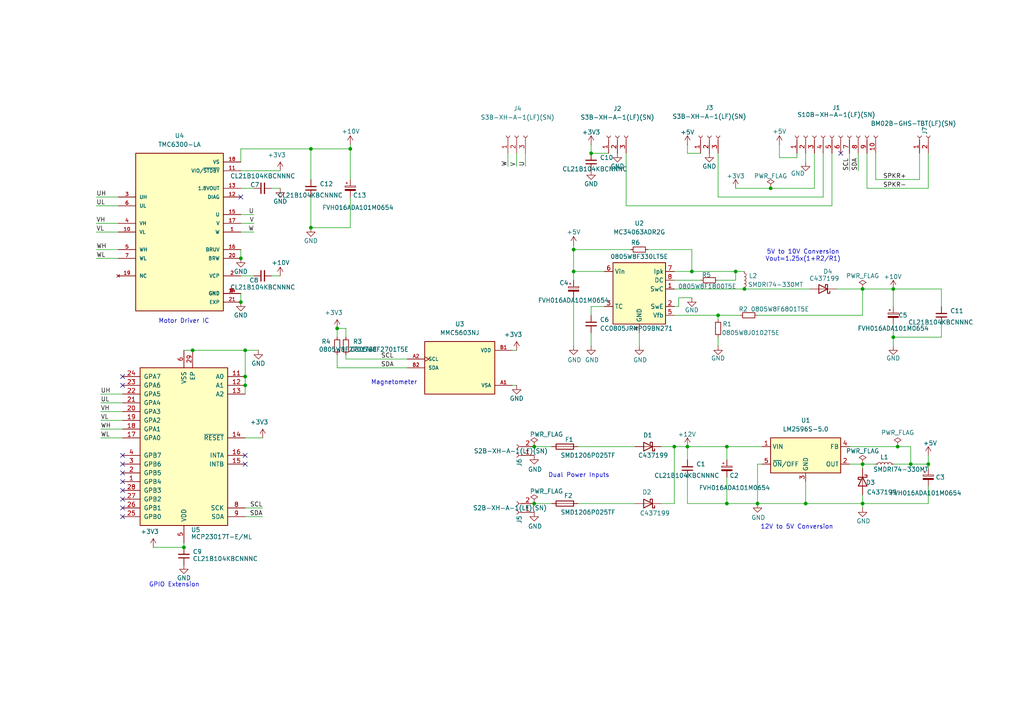
<source format=kicad_sch>
(kicad_sch (version 20250114) (generator "eeschema") (generator_version "9.0")
  (paper "A4")
  (lib_symbols
    (symbol "Connector:Conn_01x02_Socket" (pin_names (offset 1.016) (hide yes))
      (property "Reference" "J" (at 0 2.54 0))
      (property "Value" "Conn_01x02_Socket" (at 0 -5.08 0))
      (symbol "Conn_01x02_Socket_1_1"
        (polyline (pts (xy -1.27 0) (xy -0.508 0)) (stroke (width 0.1524)))
        (polyline (pts (xy -1.27 -2.54) (xy -0.508 -2.54)) (stroke (width 0.1524)))
        (arc (start 0 -0.508) (mid -0.5058 0) (end 0 0.508) (stroke (width 0.1524)))
        (arc (start 0 -3.048) (mid -0.5058 -2.54) (end 0 -2.032) (stroke (width 0.1524)))
        (pin passive line (at -5.08 0 0) (length 3.81) (name "Pin_1") (number "1"))
        (pin passive line (at -5.08 -2.54 0) (length 3.81) (name "Pin_2") (number "2"))
      )
    )
    (symbol "Connector:Conn_01x03_Socket" (pin_names (offset 1.016) (hide yes))
      (property "Reference" "J" (at 0 5.08 0))
      (property "Value" "Conn_01x03_Socket" (at 0 -5.08 0))
      (symbol "Conn_01x03_Socket_1_1"
        (polyline (pts (xy -1.27 2.54) (xy -0.508 2.54)) (stroke (width 0.1524)))
        (polyline (pts (xy -1.27 0) (xy -0.508 0)) (stroke (width 0.1524)))
        (polyline (pts (xy -1.27 -2.54) (xy -0.508 -2.54)) (stroke (width 0.1524)))
        (arc (start 0 2.032) (mid -0.5058 2.54) (end 0 3.048) (stroke (width 0.1524)))
        (arc (start 0 -0.508) (mid -0.5058 0) (end 0 0.508) (stroke (width 0.1524)))
        (arc (start 0 -3.048) (mid -0.5058 -2.54) (end 0 -2.032) (stroke (width 0.1524)))
        (pin passive line (at -5.08 2.54 0) (length 3.81) (name "Pin_1") (number "1"))
        (pin passive line (at -5.08 0 0) (length 3.81) (name "Pin_2") (number "2"))
        (pin passive line (at -5.08 -2.54 0) (length 3.81) (name "Pin_3") (number "3"))
      )
    )
    (symbol "Connector:Conn_01x10_Socket" (pin_names (offset 1.016) (hide yes))
      (property "Reference" "J" (at 0 12.7 0))
      (property "Value" "Conn_01x10_Socket" (at 0 -15.24 0))
      (symbol "Conn_01x10_Socket_1_1"
        (polyline (pts (xy -1.27 10.16) (xy -0.508 10.16)) (stroke (width 0.1524)))
        (polyline (pts (xy -1.27 7.62) (xy -0.508 7.62)) (stroke (width 0.1524)))
        (polyline (pts (xy -1.27 5.08) (xy -0.508 5.08)) (stroke (width 0.1524)))
        (polyline (pts (xy -1.27 2.54) (xy -0.508 2.54)) (stroke (width 0.1524)))
        (polyline (pts (xy -1.27 0) (xy -0.508 0)) (stroke (width 0.1524)))
        (polyline (pts (xy -1.27 -2.54) (xy -0.508 -2.54)) (stroke (width 0.1524)))
        (polyline (pts (xy -1.27 -5.08) (xy -0.508 -5.08)) (stroke (width 0.1524)))
        (polyline (pts (xy -1.27 -7.62) (xy -0.508 -7.62)) (stroke (width 0.1524)))
        (polyline (pts (xy -1.27 -10.16) (xy -0.508 -10.16)) (stroke (width 0.1524)))
        (polyline (pts (xy -1.27 -12.7) (xy -0.508 -12.7)) (stroke (width 0.1524)))
        (arc (start 0 9.652) (mid -0.5058 10.16) (end 0 10.668) (stroke (width 0.1524)))
        (arc (start 0 7.112) (mid -0.5058 7.62) (end 0 8.128) (stroke (width 0.1524)))
        (arc (start 0 4.572) (mid -0.5058 5.08) (end 0 5.588) (stroke (width 0.1524)))
        (arc (start 0 2.032) (mid -0.5058 2.54) (end 0 3.048) (stroke (width 0.1524)))
        (arc (start 0 -0.508) (mid -0.5058 0) (end 0 0.508) (stroke (width 0.1524)))
        (arc (start 0 -3.048) (mid -0.5058 -2.54) (end 0 -2.032) (stroke (width 0.1524)))
        (arc (start 0 -5.588) (mid -0.5058 -5.08) (end 0 -4.572) (stroke (width 0.1524)))
        (arc (start 0 -8.128) (mid -0.5058 -7.62) (end 0 -7.112) (stroke (width 0.1524)))
        (arc (start 0 -10.668) (mid -0.5058 -10.16) (end 0 -9.652) (stroke (width 0.1524)))
        (arc (start 0 -13.208) (mid -0.5058 -12.7) (end 0 -12.192) (stroke (width 0.1524)))
        (pin passive line (at -5.08 10.16 0) (length 3.81) (name "Pin_1") (number "1"))
        (pin passive line (at -5.08 7.62 0) (length 3.81) (name "Pin_2") (number "2"))
        (pin passive line (at -5.08 5.08 0) (length 3.81) (name "Pin_3") (number "3"))
        (pin passive line (at -5.08 2.54 0) (length 3.81) (name "Pin_4") (number "4"))
        (pin passive line (at -5.08 0 0) (length 3.81) (name "Pin_5") (number "5"))
        (pin passive line (at -5.08 -2.54 0) (length 3.81) (name "Pin_6") (number "6"))
        (pin passive line (at -5.08 -5.08 0) (length 3.81) (name "Pin_7") (number "7"))
        (pin passive line (at -5.08 -7.62 0) (length 3.81) (name "Pin_8") (number "8"))
        (pin passive line (at -5.08 -10.16 0) (length 3.81) (name "Pin_9") (number "9"))
        (pin passive line (at -5.08 -12.7 0) (length 3.81) (name "Pin_10") (number "10"))
      )
    )
    (symbol "Device:C_Polarized_Small" (pin_numbers (hide yes)) (pin_names (offset 0.254) (hide yes))
      (property "Reference" "C" (at 0.254 1.778 0))
      (property "Value" "C_Polarized_Small" (at 0.254 -2.032 0))
      (symbol "C_Polarized_Small_0_1"
        (rectangle (start -1.524 0.6858) (end 1.524 0.3048))
        (rectangle (start -1.524 -0.3048) (end 1.524 -0.6858) (fill (type outline)))
        (polyline (pts (xy -1.27 1.524) (xy -0.762 1.524)))
        (polyline (pts (xy -1.016 1.27) (xy -1.016 1.778)))
      )
      (symbol "C_Polarized_Small_1_1"
        (pin passive line (at 0 2.54 270) (length 1.8542) (name "~") (number "1"))
        (pin passive line (at 0 -2.54 90) (length 1.8542) (name "~") (number "2"))
      )
    )
    (symbol "Device:C_Small" (pin_numbers (hide yes)) (pin_names (offset 0.254) (hide yes))
      (property "Reference" "C" (at 0.254 1.778 0))
      (property "Value" "C_Small" (at 0.254 -2.032 0))
      (symbol "C_Small_0_1"
        (polyline (pts (xy -1.524 0.508) (xy 1.524 0.508)) (stroke (width 0.3048)))
        (polyline (pts (xy -1.524 -0.508) (xy 1.524 -0.508)) (stroke (width 0.3302)))
      )
      (symbol "C_Small_1_1"
        (pin passive line (at 0 2.54 270) (length 2.032) (name "~") (number "1"))
        (pin passive line (at 0 -2.54 90) (length 2.032) (name "~") (number "2"))
      )
    )
    (symbol "Device:D_Schottky" (pin_numbers (hide yes)) (pin_names (offset 1.016) (hide yes))
      (property "Reference" "D" (at 0 2.54 0))
      (property "Value" "D_Schottky" (at 0 -2.54 0))
      (symbol "D_Schottky_0_1"
        (polyline (pts (xy -1.905 0.635) (xy -1.905 1.27) (xy -1.27 1.27) (xy -1.27 -1.27) (xy -0.635 -1.27) (xy -0.635 -0.635)) (stroke (width 0.254)))
        (polyline (pts (xy 1.27 1.27) (xy 1.27 -1.27) (xy -1.27 0) (xy 1.27 1.27)) (stroke (width 0.254)))
        (polyline (pts (xy 1.27 0) (xy -1.27 0)))
      )
      (symbol "D_Schottky_1_1"
        (pin passive line (at -3.81 0 0) (length 2.54) (name "K") (number "1"))
        (pin passive line (at 3.81 0 180) (length 2.54) (name "A") (number "2"))
      )
    )
    (symbol "Device:Fuse" (pin_numbers (hide yes)) (pin_names (offset 0))
      (property "Reference" "F" (at 2.032 0 90))
      (property "Value" "Fuse" (at -1.905 0 90))
      (symbol "Fuse_0_1"
        (rectangle (start -0.762 -2.54) (end 0.762 2.54) (stroke (width 0.254)))
        (polyline (pts (xy 0 2.54) (xy 0 -2.54)))
      )
      (symbol "Fuse_1_1"
        (pin passive line (at 0 3.81 270) (length 1.27) (name "~") (number "1"))
        (pin passive line (at 0 -3.81 90) (length 1.27) (name "~") (number "2"))
      )
    )
    (symbol "Device:L_Small" (pin_numbers (hide yes)) (pin_names (offset 0.254) (hide yes))
      (property "Reference" "L" (at 0.762 1.016 0))
      (property "Value" "L_Small" (at 0.762 -1.016 0))
      (symbol "L_Small_0_1"
        (arc (start 0 2.032) (mid 0.5058 1.524) (end 0 1.016))
        (arc (start 0 1.016) (mid 0.5058 0.508) (end 0 0))
        (arc (start 0 0) (mid 0.5058 -0.508) (end 0 -1.016))
        (arc (start 0 -1.016) (mid 0.5058 -1.524) (end 0 -2.032))
      )
      (symbol "L_Small_1_1"
        (pin passive line (at 0 2.54 270) (length 0.508) (name "~") (number "1"))
        (pin passive line (at 0 -2.54 90) (length 0.508) (name "~") (number "2"))
      )
    )
    (symbol "Device:R_Small" (pin_numbers (hide yes)) (pin_names (offset 0.254) (hide yes))
      (property "Reference" "R" (at 0 0 90))
      (property "Value" "R_Small" (at 1.778 0 90))
      (symbol "R_Small_0_1"
        (rectangle (start -0.762 1.778) (end 0.762 -1.778) (stroke (width 0.2032)))
      )
      (symbol "R_Small_1_1"
        (pin passive line (at 0 2.54 270) (length 0.762) (name "~") (number "1"))
        (pin passive line (at 0 -2.54 90) (length 0.762) (name "~") (number "2"))
      )
    )
    (symbol "Interface_Expansion:MCP23017_ML" (pin_names (offset 1.016))
      (property "Reference" "U" (at -11.43 24.13 0))
      (property "Value" "MCP23017_ML" (at 0 0 0))
      (symbol "MCP23017_ML_0_1"
        (rectangle (start -12.7 22.86) (end 12.7 -22.86) (stroke (width 0.254)) (fill (type background)))
      )
      (symbol "MCP23017_ML_1_1"
        (pin bidirectional line (at -17.78 20.32 0) (length 5.08) (name "SDA") (number "9"))
        (pin input line (at -17.78 17.78 0) (length 5.08) (name "SCK") (number "8"))
        (pin tri_state line (at -17.78 5.08 0) (length 5.08) (name "INTB") (number "15"))
        (pin tri_state line (at -17.78 2.54 0) (length 5.08) (name "INTA") (number "16"))
        (pin input line (at -17.78 -2.54 0) (length 5.08) (name "~{RESET}") (number "14"))
        (pin input line (at -17.78 -15.24 0) (length 5.08) (name "A2") (number "13"))
        (pin input line (at -17.78 -17.78 0) (length 5.08) (name "A1") (number "12"))
        (pin input line (at -17.78 -20.32 0) (length 5.08) (name "A0") (number "11"))
        (pin no_connect line (at -12.7 15.24 0) (length 5.08) (hide yes) (name "NC") (number "7"))
        (pin no_connect line (at -12.7 12.7 0) (length 5.08) (hide yes) (name "NC") (number "10"))
        (pin passive line (at -2.54 -27.94 90) (length 5.08) (name "EP") (number "29"))
        (pin power_in line (at 0 27.94 270) (length 5.08) (name "VDD") (number "5"))
        (pin power_in line (at 0 -27.94 90) (length 5.08) (name "VSS") (number "6"))
        (pin bidirectional line (at 17.78 20.32 180) (length 5.08) (name "GPB0") (number "25"))
        (pin bidirectional line (at 17.78 17.78 180) (length 5.08) (name "GPB1") (number "26"))
        (pin bidirectional line (at 17.78 15.24 180) (length 5.08) (name "GPB2") (number "27"))
        (pin bidirectional line (at 17.78 12.7 180) (length 5.08) (name "GPB3") (number "28"))
        (pin bidirectional line (at 17.78 10.16 180) (length 5.08) (name "GPB4") (number "1"))
        (pin bidirectional line (at 17.78 7.62 180) (length 5.08) (name "GPB5") (number "2"))
        (pin bidirectional line (at 17.78 5.08 180) (length 5.08) (name "GPB6") (number "3"))
        (pin output line (at 17.78 2.54 180) (length 5.08) (name "GPB7") (number "4"))
        (pin bidirectional line (at 17.78 -2.54 180) (length 5.08) (name "GPA0") (number "17"))
        (pin bidirectional line (at 17.78 -5.08 180) (length 5.08) (name "GPA1") (number "18"))
        (pin bidirectional line (at 17.78 -7.62 180) (length 5.08) (name "GPA2") (number "19"))
        (pin bidirectional line (at 17.78 -10.16 180) (length 5.08) (name "GPA3") (number "20"))
        (pin bidirectional line (at 17.78 -12.7 180) (length 5.08) (name "GPA4") (number "21"))
        (pin bidirectional line (at 17.78 -15.24 180) (length 5.08) (name "GPA5") (number "22"))
        (pin bidirectional line (at 17.78 -17.78 180) (length 5.08) (name "GPA6") (number "23"))
        (pin output line (at 17.78 -20.32 180) (length 5.08) (name "GPA7") (number "24"))
      )
    )
    (symbol "MMC5603NJ:MMC5603NJ" (pin_names (offset 1.016))
      (property "Reference" "U" (at -10.16 8.382 0))
      (property "Value" "MMC5603NJ" (at -10.16 -10.16 0))
      (symbol "MMC5603NJ_0_0"
        (rectangle (start -10.16 -7.62) (end 10.16 7.62) (stroke (width 0.254)) (fill (type background)))
        (pin input clock (at -15.24 2.54 0) (length 5.08) (name "SCL") (number "A2"))
        (pin bidirectional line (at -15.24 0 0) (length 5.08) (name "SDA") (number "B2"))
        (pin power_in line (at 15.24 5.08 180) (length 5.08) (name "VDD") (number "B1"))
        (pin power_in line (at 15.24 -5.08 180) (length 5.08) (name "VSA") (number "A1"))
      )
    )
    (symbol "Regulator_Switching:LM2596S-5"
      (property "Reference" "U" (at -10.16 6.35 0))
      (property "Value" "LM2596S-5" (at 0 6.35 0))
      (symbol "LM2596S-5_0_1"
        (rectangle (start -10.16 5.08) (end 10.16 -5.08) (stroke (width 0.254)) (fill (type background)))
      )
      (symbol "LM2596S-5_1_1"
        (pin power_in line (at -12.7 2.54 0) (length 2.54) (name "VIN") (number "1"))
        (pin input line (at -12.7 -2.54 0) (length 2.54) (name "~{ON}/OFF") (number "5"))
        (pin power_in line (at 0 -7.62 90) (length 2.54) (name "GND") (number "3"))
        (pin input line (at 12.7 2.54 180) (length 2.54) (name "FB") (number "4"))
        (pin output line (at 12.7 -2.54 180) (length 2.54) (name "OUT") (number "2"))
      )
    )
    (symbol "Regulator_Switching:MC34063AD"
      (property "Reference" "U" (at -7.62 8.89 0))
      (property "Value" "MC34063AD" (at 0 8.89 0))
      (symbol "MC34063AD_0_1"
        (rectangle (start -7.62 7.62) (end 7.62 -10.16) (stroke (width 0.254)) (fill (type background)))
      )
      (symbol "MC34063AD_1_1"
        (pin power_in line (at -10.16 5.08 0) (length 2.54) (name "Vin") (number "6"))
        (pin passive line (at -10.16 -5.08 0) (length 2.54) (name "TC") (number "3"))
        (pin power_in line (at 0 -12.7 90) (length 2.54) (name "GND") (number "4"))
        (pin input line (at 10.16 5.08 180) (length 2.54) (name "Ipk") (number "7"))
        (pin open_collector line (at 10.16 2.54 180) (length 2.54) (name "DC") (number "8"))
        (pin open_collector line (at 10.16 0 180) (length 2.54) (name "SwC") (number "1"))
        (pin open_emitter line (at 10.16 -5.08 180) (length 2.54) (name "SwE") (number "2"))
        (pin input line (at 10.16 -7.62 180) (length 2.54) (name "Vfb") (number "5"))
      )
    )
    (symbol "TMC6300-LA:TMC6300-LA" (pin_names (offset 1.016))
      (property "Reference" "U" (at -12.7 23.622 0))
      (property "Value" "TMC6300-LA" (at -12.7 -25.4 0))
      (symbol "TMC6300-LA_0_0"
        (rectangle (start -12.7 -22.86) (end 12.7 22.86) (stroke (width 0.254)) (fill (type background)))
        (pin input line (at -17.78 10.16 0) (length 5.08) (name "UH") (number "3"))
        (pin input line (at -17.78 7.62 0) (length 5.08) (name "UL") (number "6"))
        (pin input line (at -17.78 2.54 0) (length 5.08) (name "VH") (number "4"))
        (pin input line (at -17.78 0 0) (length 5.08) (name "VL") (number "10"))
        (pin input line (at -17.78 -5.08 0) (length 5.08) (name "WH") (number "5"))
        (pin input line (at -17.78 -7.62 0) (length 5.08) (name "WL") (number "7"))
        (pin no_connect line (at -17.78 -12.7 0) (length 5.08) (name "NC") (number "19"))
        (pin power_in line (at 17.78 20.32 180) (length 5.08) (name "VS") (number "18"))
        (pin power_in line (at 17.78 17.78 180) (length 5.08) (name "VIO/~{STDBY}") (number "11"))
        (pin output line (at 17.78 12.7 180) (length 5.08) (name "1.8VOUT") (number "13"))
        (pin output line (at 17.78 10.16 180) (length 5.08) (name "DIAG") (number "12"))
        (pin output line (at 17.78 5.08 180) (length 5.08) (name "U") (number "15"))
        (pin output line (at 17.78 2.54 180) (length 5.08) (name "V") (number "17"))
        (pin output line (at 17.78 0 180) (length 5.08) (name "W") (number "1"))
        (pin bidirectional line (at 17.78 -5.08 180) (length 5.08) (name "BRUV") (number "16"))
        (pin bidirectional line (at 17.78 -7.62 180) (length 5.08) (name "BRW") (number "20"))
        (pin passive line (at 17.78 -12.7 180) (length 5.08) (name "VCP") (number "2"))
        (pin power_in line (at 17.78 -17.78 180) (length 5.08) (name "GND") (number "14"))
        (pin power_in line (at 17.78 -17.78 180) (length 5.08) (name "GND") (number "8"))
        (pin power_in line (at 17.78 -17.78 180) (length 5.08) (name "GND") (number "9"))
        (pin power_in line (at 17.78 -20.32 180) (length 5.08) (name "EXP") (number "21"))
      )
    )
    (symbol "power:+10V" (power) (pin_numbers (hide yes)) (pin_names (offset 0) (hide yes))
      (property "Value" "+10V" (at 0 3.556 0))
      (symbol "+10V_0_1"
        (polyline (pts (xy -0.762 1.27) (xy 0 2.54)))
        (polyline (pts (xy 0 2.54) (xy 0.762 1.27)))
        (polyline (pts (xy 0 0) (xy 0 2.54)))
      )
      (symbol "+10V_1_1"
        (pin power_in line (at 0 0 90) (length 0) (name "~") (number "1"))
      )
    )
    (symbol "power:+12V" (power) (pin_numbers (hide yes)) (pin_names (offset 0) (hide yes))
      (property "Value" "+12V" (at 0 3.556 0))
      (symbol "+12V_0_1"
        (polyline (pts (xy -0.762 1.27) (xy 0 2.54)))
        (polyline (pts (xy 0 2.54) (xy 0.762 1.27)))
        (polyline (pts (xy 0 0) (xy 0 2.54)))
      )
      (symbol "+12V_1_1"
        (pin power_in line (at 0 0 90) (length 0) (name "~") (number "1"))
      )
    )
    (symbol "power:+3V3" (power) (pin_numbers (hide yes)) (pin_names (offset 0) (hide yes))
      (property "Value" "+3V3" (at 0 3.556 0))
      (symbol "+3V3_0_1"
        (polyline (pts (xy -0.762 1.27) (xy 0 2.54)))
        (polyline (pts (xy 0 2.54) (xy 0.762 1.27)))
        (polyline (pts (xy 0 0) (xy 0 2.54)))
      )
      (symbol "+3V3_1_1"
        (pin power_in line (at 0 0 90) (length 0) (name "~") (number "1"))
      )
    )
    (symbol "power:+5V" (power) (pin_numbers (hide yes)) (pin_names (offset 0) (hide yes))
      (property "Value" "+5V" (at 0 3.556 0))
      (symbol "+5V_0_1"
        (polyline (pts (xy -0.762 1.27) (xy 0 2.54)))
        (polyline (pts (xy 0 2.54) (xy 0.762 1.27)))
        (polyline (pts (xy 0 0) (xy 0 2.54)))
      )
      (symbol "+5V_1_1"
        (pin power_in line (at 0 0 90) (length 0) (name "~") (number "1"))
      )
    )
    (symbol "power:GND" (power) (pin_numbers (hide yes)) (pin_names (offset 0) (hide yes))
      (property "Value" "GND" (at 0 -3.81 0))
      (symbol "GND_0_1"
        (polyline (pts (xy 0 0) (xy 0 -1.27) (xy 1.27 -1.27) (xy 0 -2.54) (xy -1.27 -1.27) (xy 0 -1.27)))
      )
      (symbol "GND_1_1"
        (pin power_in line (at 0 0 270) (length 0) (name "~") (number "1"))
      )
    )
    (symbol "power:PWR_FLAG" (power) (pin_numbers (hide yes)) (pin_names (offset 0) (hide yes))
      (property "Value" "PWR_FLAG" (at 0 3.81 0))
      (symbol "PWR_FLAG_0_0"
        (pin power_out line (at 0 0 90) (length 0) (name "~") (number "1"))
      )
      (symbol "PWR_FLAG_0_1"
        (polyline (pts (xy 0 0) (xy 0 1.27) (xy -1.016 1.905) (xy 0 2.54) (xy 1.016 1.905) (xy 0 1.27)))
      )
    )
  )
  (text "12V to 5V Conversion" (at 231.14 152.908 0) (effects (font (size 1.27 1.27))))
  (text "GPIO Extension" (at 50.546 169.672 0) (effects (font (size 1.27 1.27))))
  (text "Motor Driver IC" (at 53.34 93.218 0) (effects (font (size 1.27 1.27))))
  (text "5V to 10V Conversion\nVout=1.25x(1+R2/R1)\n" (at 232.918 74.168 0) (effects (font (size 1.27 1.27))))
  (text "Dual Power Inputs" (at 167.894 137.922 0) (effects (font (size 1.27 1.27))))
  (text "Magnetometer" (at 114.3 110.998 0) (effects (font (size 1.27 1.27))))
  (junction (at 213.36 78.74))
  (junction (at 264.16 134.62))
  (junction (at 171.45 44.45))
  (junction (at 69.85 87.63))
  (junction (at 154.94 129.54))
  (junction (at 259.08 83.82))
  (junction (at 101.6 43.18))
  (junction (at 215.9 83.82))
  (junction (at 208.28 91.44))
  (junction (at 269.24 134.62))
  (junction (at 53.34 158.75))
  (junction (at 195.58 129.54))
  (junction (at 199.39 129.54))
  (junction (at 154.94 146.05))
  (junction (at 233.68 146.05))
  (junction (at 210.82 129.54))
  (junction (at 90.17 43.18))
  (junction (at 71.12 111.76))
  (junction (at 250.19 146.05))
  (junction (at 223.52 54.61))
  (junction (at 200.66 78.74))
  (junction (at 69.85 74.93))
  (junction (at 250.19 83.82))
  (junction (at 250.19 134.62))
  (junction (at 166.37 72.39))
  (junction (at 260.35 129.54))
  (junction (at 259.08 97.79))
  (junction (at 219.71 146.05))
  (junction (at 55.88 101.6))
  (junction (at 90.17 66.04))
  (junction (at 210.82 146.05))
  (junction (at 71.12 109.22))
  (junction (at 97.79 95.25))
  (junction (at 71.12 101.6))
  (junction (at 166.37 78.74))
  (no_connect (at 35.56 144.78))
  (no_connect (at 35.56 149.86))
  (no_connect (at 35.56 137.16))
  (no_connect (at 35.56 139.7))
  (no_connect (at 35.56 142.24))
  (no_connect (at 71.12 134.62))
  (no_connect (at 71.12 132.08))
  (no_connect (at 35.56 147.32))
  (no_connect (at 243.84 44.45))
  (no_connect (at 35.56 132.08))
  (no_connect (at 35.56 109.22))
  (no_connect (at 35.56 111.76))
  (no_connect (at 69.85 57.15))
  (no_connect (at 35.56 134.62))
  (wire (pts (xy 166.37 81.28) (xy 166.37 78.74)))
  (wire (pts (xy 210.82 129.54) (xy 220.98 129.54)))
  (wire (pts (xy 29.21 116.84) (xy 35.56 116.84)))
  (wire (pts (xy 100.33 102.87) (xy 100.33 104.14)))
  (wire (pts (xy 185.42 96.52) (xy 185.42 100.33)))
  (wire (pts (xy 195.58 146.05) (xy 195.58 129.54)))
  (wire (pts (xy 154.94 146.05) (xy 160.02 146.05)))
  (wire (pts (xy 259.08 97.79) (xy 259.08 93.98)))
  (wire (pts (xy 149.86 44.45) (xy 149.86 48.26)))
  (wire (pts (xy 69.85 72.39) (xy 69.85 74.93)))
  (wire (pts (xy 76.2 149.86) (xy 71.12 149.86)))
  (wire (pts (xy 71.12 101.6) (xy 71.12 109.22)))
  (wire (pts (xy 154.94 129.54) (xy 160.02 129.54)))
  (wire (pts (xy 246.38 129.54) (xy 260.35 129.54)))
  (wire (pts (xy 71.12 109.22) (xy 71.12 111.76)))
  (wire (pts (xy 149.86 101.6) (xy 148.59 101.6)))
  (wire (pts (xy 248.92 44.45) (xy 248.92 49.53)))
  (wire (pts (xy 69.85 80.01) (xy 73.66 80.01)))
  (wire (pts (xy 166.37 86.36) (xy 166.37 100.33)))
  (wire (pts (xy 101.6 57.15) (xy 101.6 66.04)))
  (wire (pts (xy 78.74 54.61) (xy 81.28 54.61)))
  (wire (pts (xy 195.58 81.28) (xy 203.2 81.28)))
  (wire (pts (xy 195.58 78.74) (xy 200.66 78.74)))
  (wire (pts (xy 187.96 72.39) (xy 200.66 72.39)))
  (wire (pts (xy 53.34 158.75) (xy 53.34 157.48)))
  (wire (pts (xy 213.36 81.28) (xy 213.36 78.74)))
  (wire (pts (xy 266.7 52.07) (xy 266.7 44.45)))
  (wire (pts (xy 199.39 44.45) (xy 203.2 44.45)))
  (wire (pts (xy 259.08 100.33) (xy 259.08 97.79)))
  (wire (pts (xy 97.79 106.68) (xy 118.11 106.68)))
  (wire (pts (xy 90.17 43.18) (xy 101.6 43.18)))
  (wire (pts (xy 69.85 43.18) (xy 90.17 43.18)))
  (wire (pts (xy 166.37 78.74) (xy 175.26 78.74)))
  (wire (pts (xy 195.58 91.44) (xy 208.28 91.44)))
  (wire (pts (xy 55.88 101.6) (xy 53.34 101.6)))
  (wire (pts (xy 69.85 43.18) (xy 69.85 46.99)))
  (wire (pts (xy 210.82 129.54) (xy 199.39 129.54)))
  (wire (pts (xy 219.71 146.05) (xy 233.68 146.05)))
  (wire (pts (xy 184.15 129.54) (xy 167.64 129.54)))
  (wire (pts (xy 273.05 97.79) (xy 259.08 97.79)))
  (wire (pts (xy 101.6 66.04) (xy 90.17 66.04)))
  (wire (pts (xy 182.88 72.39) (xy 166.37 72.39)))
  (wire (pts (xy 233.68 146.05) (xy 250.19 146.05)))
  (wire (pts (xy 34.29 72.39) (xy 27.94 72.39)))
  (wire (pts (xy 181.61 59.69) (xy 181.61 44.45)))
  (wire (pts (xy 196.85 88.9) (xy 195.58 88.9)))
  (wire (pts (xy 81.28 49.53) (xy 69.85 49.53)))
  (wire (pts (xy 264.16 129.54) (xy 264.16 134.62)))
  (wire (pts (xy 71.12 111.76) (xy 71.12 114.3)))
  (wire (pts (xy 269.24 132.08) (xy 269.24 134.62)))
  (wire (pts (xy 273.05 83.82) (xy 259.08 83.82)))
  (wire (pts (xy 199.39 146.05) (xy 210.82 146.05)))
  (wire (pts (xy 195.58 129.54) (xy 199.39 129.54)))
  (wire (pts (xy 101.6 43.18) (xy 101.6 52.07)))
  (wire (pts (xy 166.37 72.39) (xy 166.37 78.74)))
  (wire (pts (xy 250.19 143.51) (xy 250.19 146.05)))
  (wire (pts (xy 210.82 129.54) (xy 210.82 133.35)))
  (wire (pts (xy 90.17 57.15) (xy 90.17 66.04)))
  (wire (pts (xy 251.46 54.61) (xy 269.24 54.61)))
  (wire (pts (xy 250.19 134.62) (xy 246.38 134.62)))
  (wire (pts (xy 199.39 44.45) (xy 199.39 41.91)))
  (wire (pts (xy 29.21 127) (xy 35.56 127)))
  (wire (pts (xy 29.21 119.38) (xy 35.56 119.38)))
  (wire (pts (xy 208.28 91.44) (xy 208.28 92.71)))
  (wire (pts (xy 34.29 74.93) (xy 27.94 74.93)))
  (wire (pts (xy 226.06 45.72) (xy 231.14 45.72)))
  (wire (pts (xy 171.45 88.9) (xy 171.45 91.44)))
  (wire (pts (xy 196.85 86.36) (xy 200.66 86.36)))
  (wire (pts (xy 200.66 78.74) (xy 213.36 78.74)))
  (wire (pts (xy 29.21 114.3) (xy 35.56 114.3)))
  (wire (pts (xy 208.28 91.44) (xy 214.63 91.44)))
  (wire (pts (xy 254 52.07) (xy 266.7 52.07)))
  (wire (pts (xy 250.19 147.32) (xy 250.19 146.05)))
  (wire (pts (xy 34.29 67.31) (xy 27.94 67.31)))
  (wire (pts (xy 241.3 44.45) (xy 241.3 59.69)))
  (wire (pts (xy 273.05 93.98) (xy 273.05 97.79)))
  (wire (pts (xy 215.9 83.82) (xy 234.95 83.82)))
  (wire (pts (xy 251.46 44.45) (xy 251.46 54.61)))
  (wire (pts (xy 69.85 67.31) (xy 73.66 67.31)))
  (wire (pts (xy 246.38 44.45) (xy 246.38 49.53)))
  (wire (pts (xy 219.71 134.62) (xy 219.71 146.05)))
  (wire (pts (xy 101.6 41.91) (xy 101.6 43.18)))
  (wire (pts (xy 238.76 57.15) (xy 208.28 57.15)))
  (wire (pts (xy 259.08 134.62) (xy 264.16 134.62)))
  (wire (pts (xy 71.12 101.6) (xy 55.88 101.6)))
  (wire (pts (xy 69.85 62.23) (xy 73.66 62.23)))
  (wire (pts (xy 242.57 83.82) (xy 250.19 83.82)))
  (wire (pts (xy 34.29 57.15) (xy 27.94 57.15)))
  (wire (pts (xy 213.36 54.61) (xy 223.52 54.61)))
  (wire (pts (xy 259.08 83.82) (xy 259.08 88.9)))
  (wire (pts (xy 210.82 146.05) (xy 219.71 146.05)))
  (wire (pts (xy 171.45 44.45) (xy 176.53 44.45)))
  (wire (pts (xy 213.36 78.74) (xy 215.9 78.74)))
  (wire (pts (xy 273.05 88.9) (xy 273.05 83.82)))
  (wire (pts (xy 200.66 72.39) (xy 200.66 78.74)))
  (wire (pts (xy 231.14 45.72) (xy 231.14 44.45)))
  (wire (pts (xy 69.85 64.77) (xy 73.66 64.77)))
  (wire (pts (xy 250.19 134.62) (xy 254 134.62)))
  (wire (pts (xy 236.22 54.61) (xy 236.22 44.45)))
  (wire (pts (xy 69.85 54.61) (xy 73.66 54.61)))
  (wire (pts (xy 250.19 91.44) (xy 250.19 83.82)))
  (wire (pts (xy 219.71 134.62) (xy 220.98 134.62)))
  (wire (pts (xy 195.58 83.82) (xy 215.9 83.82)))
  (wire (pts (xy 250.19 146.05) (xy 269.24 146.05)))
  (wire (pts (xy 269.24 140.97) (xy 269.24 146.05)))
  (wire (pts (xy 250.19 134.62) (xy 250.19 135.89)))
  (wire (pts (xy 147.32 44.45) (xy 147.32 48.26)))
  (wire (pts (xy 210.82 138.43) (xy 210.82 146.05)))
  (wire (pts (xy 78.74 80.01) (xy 81.28 80.01)))
  (wire (pts (xy 191.77 129.54) (xy 195.58 129.54)))
  (wire (pts (xy 171.45 41.91) (xy 171.45 44.45)))
  (wire (pts (xy 44.45 158.75) (xy 53.34 158.75)))
  (wire (pts (xy 171.45 88.9) (xy 175.26 88.9)))
  (wire (pts (xy 264.16 134.62) (xy 269.24 134.62)))
  (wire (pts (xy 34.29 64.77) (xy 27.94 64.77)))
  (wire (pts (xy 254 52.07) (xy 254 44.45)))
  (wire (pts (xy 233.68 44.45) (xy 233.68 46.99)))
  (wire (pts (xy 76.2 147.32) (xy 71.12 147.32)))
  (wire (pts (xy 226.06 45.72) (xy 226.06 41.91)))
  (wire (pts (xy 71.12 127) (xy 76.2 127)))
  (wire (pts (xy 29.21 121.92) (xy 35.56 121.92)))
  (wire (pts (xy 233.68 139.7) (xy 233.68 146.05)))
  (wire (pts (xy 100.33 97.79) (xy 100.33 95.25)))
  (wire (pts (xy 199.39 129.54) (xy 199.39 133.35)))
  (wire (pts (xy 250.19 83.82) (xy 259.08 83.82)))
  (wire (pts (xy 149.86 111.76) (xy 148.59 111.76)))
  (wire (pts (xy 241.3 59.69) (xy 181.61 59.69)))
  (wire (pts (xy 191.77 146.05) (xy 195.58 146.05)))
  (wire (pts (xy 184.15 146.05) (xy 167.64 146.05)))
  (wire (pts (xy 69.85 85.09) (xy 69.85 87.63)))
  (wire (pts (xy 100.33 95.25) (xy 97.79 95.25)))
  (wire (pts (xy 97.79 95.25) (xy 97.79 97.79)))
  (wire (pts (xy 223.52 54.61) (xy 236.22 54.61)))
  (wire (pts (xy 196.85 86.36) (xy 196.85 88.9)))
  (wire (pts (xy 260.35 129.54) (xy 264.16 129.54)))
  (wire (pts (xy 219.71 91.44) (xy 250.19 91.44)))
  (wire (pts (xy 29.21 124.46) (xy 35.56 124.46)))
  (wire (pts (xy 238.76 44.45) (xy 238.76 57.15)))
  (wire (pts (xy 34.29 59.69) (xy 27.94 59.69)))
  (wire (pts (xy 269.24 54.61) (xy 269.24 44.45)))
  (wire (pts (xy 152.4 44.45) (xy 152.4 48.26)))
  (wire (pts (xy 199.39 138.43) (xy 199.39 146.05)))
  (wire (pts (xy 171.45 100.33) (xy 171.45 96.52)))
  (wire (pts (xy 208.28 81.28) (xy 213.36 81.28)))
  (wire (pts (xy 208.28 57.15) (xy 208.28 44.45)))
  (wire (pts (xy 166.37 71.12) (xy 166.37 72.39)))
  (wire (pts (xy 100.33 104.14) (xy 118.11 104.14)))
  (wire (pts (xy 90.17 43.18) (xy 90.17 52.07)))
  (wire (pts (xy 74.93 101.6) (xy 71.12 101.6)))
  (wire (pts (xy 97.79 102.87) (xy 97.79 106.68)))
  (wire (pts (xy 269.24 134.62) (xy 269.24 135.89)))
  (wire (pts (xy 208.28 97.79) (xy 208.28 100.33)))
  (label "SCL" (at 246.38 49.53 90))
  (label "WL" (at 29.21 127 0))
  (label "WH" (at 29.21 124.46 0))
  (label "UL" (at 29.21 116.84 0))
  (label "UH" (at 29.21 114.3 0))
  (label "U" (at 73.66 62.23 180))
  (label "SDA" (at 248.92 49.53 90))
  (label "U" (at 152.4 48.26 90))
  (label "SDA" (at 76.2 149.86 180))
  (label "VL" (at 29.21 121.92 0))
  (label "WL" (at 27.94 74.93 0))
  (label "UH" (at 27.94 57.15 0))
  (label "SPKR-" (at 262.89 54.61 180))
  (label "UL" (at 27.94 59.69 0))
  (label "VH" (at 27.94 64.77 0))
  (label "VH" (at 29.21 119.38 0))
  (label "V" (at 149.86 48.26 90))
  (label "SPKR+" (at 262.89 52.07 180))
  (label "SDA" (at 110.49 106.68 0))
  (label "W" (at 147.32 48.26 90))
  (label "SCL" (at 76.2 147.32 180))
  (label "VL" (at 27.94 67.31 0))
  (label "W" (at 73.66 67.31 180))
  (label "SCL" (at 110.49 104.14 0))
  (label "WH" (at 27.94 72.39 0))
  (label "V" (at 73.66 64.77 180))
  (symbol (lib_id "Connector:Conn_01x03_Socket") (at 149.86 39.37 90) (unit 1)
    (property "Reference" "J4" (at 150.114 31.496 90))
    (property "Value" "S3B-XH-A-1(LF)(SN)" (at 150.114 34.036 90))
    (property "Footprint" "Connector_JST:JST_XH_S3B-XH-A-1_1x03_P2.50mm_Horizontal" (effects (hide yes)))
    (property "Description" "Generic connector, single row, 01x03, script generated" (effects (hide yes)))
  )
  (symbol (lib_id "Connector:Conn_01x10_Socket") (at 241.3 39.37 90) (unit 1)
    (property "Reference" "J1" (at 242.57 31.242 90))
    (property "Value" "S10B-XH-A-1(LF)(SN)" (at 242.57 33.274 90))
    (property "Footprint" "Connector_JST:JST_XH_S10B-XH-A-1_1x10_P2.50mm_Horizontal" (effects (hide yes)))
    (property "Description" "Generic connector, single row, 01x10, script generated" (effects (hide yes)))
  )
  (symbol (lib_id "power:GND") (at 74.93 101.6 0) (unit 1)
    (property "Reference" "#PWR021" (effects (hide yes)))
    (property "Value" "GND" (at 74.93 105.41 0))
    (property "Description" "Power symbol creates a global label with name \"GND\" , ground" (effects (hide yes)))
  )
  (symbol (lib_id "power:+3V3") (at 213.36 54.61 0) (unit 1)
    (property "Reference" "#PWR01" (effects (hide yes)))
    (property "Value" "+3V3" (at 213.36 51.054 0))
    (property "Description" "Power symbol creates a global label with name \"+3V3\"" (effects (hide yes)))
  )
  (symbol (lib_id "power:GND") (at 53.34 163.83 0) (unit 1)
    (property "Reference" "#PWR016" (effects (hide yes)))
    (property "Value" "GND" (at 53.34 167.64 0))
    (property "Description" "Power symbol creates a global label with name \"GND\" , ground" (effects (hide yes)))
  )
  (symbol (lib_id "power:+3V3") (at 97.79 95.25 0) (unit 1)
    (property "Reference" "#PWR013" (effects (hide yes)))
    (property "Value" "+3V3" (at 96.774 90.678 0))
    (property "Description" "Power symbol creates a global label with name \"+3V3\"" (effects (hide yes)))
  )
  (symbol (lib_id "power:GND") (at 154.94 148.59 0) (unit 1)
    (property "Reference" "#PWR037" (effects (hide yes)))
    (property "Value" "GND" (at 157.226 152.654 0) (effects (justify right)))
    (property "Description" "Power symbol creates a global label with name \"GND\" , ground" (effects (hide yes)))
  )
  (symbol (lib_id "power:GND") (at 90.17 66.04 0) (unit 1)
    (property "Reference" "#PWR018" (effects (hide yes)))
    (property "Value" "GND" (at 90.17 69.85 0))
    (property "Description" "Power symbol creates a global label with name \"GND\" , ground" (effects (hide yes)))
  )
  (symbol (lib_id "power:PWR_FLAG") (at 250.19 134.62 0) (unit 1)
    (property "Reference" "#FLG06" (effects (hide yes)))
    (property "Value" "PWR_FLAG" (at 250.19 130.81 0))
    (property "Description" "Special symbol for telling ERC where power comes from" (effects (hide yes)))
  )
  (symbol (lib_id "power:PWR_FLAG") (at 223.52 54.61 0) (unit 1)
    (property "Reference" "#FLG04" (effects (hide yes)))
    (property "Value" "PWR_FLAG" (at 223.52 51.054 0))
    (property "Description" "Special symbol for telling ERC where power comes from" (effects (hide yes)))
  )
  (symbol (lib_id "power:GND") (at 69.85 87.63 0) (unit 1)
    (property "Reference" "#PWR027" (effects (hide yes)))
    (property "Value" "GND" (at 69.85 91.44 0))
    (property "Description" "Power symbol creates a global label with name \"GND\" , ground" (effects (hide yes)))
  )
  (symbol (lib_id "power:PWR_FLAG") (at 260.35 129.54 0) (unit 1)
    (property "Reference" "#FLG03" (effects (hide yes)))
    (property "Value" "PWR_FLAG" (at 260.35 125.476 0))
    (property "Description" "Special symbol for telling ERC where power comes from" (effects (hide yes)))
  )
  (symbol (lib_id "Device:C_Polarized_Small") (at 269.24 138.43 0) (unit 1)
    (property "Reference" "C3" (at 274.066 138.43 0) (effects (justify right)))
    (property "Value" "FVH016ADA101M0654" (at 278.892 143.002 0) (effects (justify right)))
    (property "Footprint" "Capacitor_SMD:CP_Elec_6.3x5.4" (effects (hide yes)))
    (property "Description" "Polarized capacitor, small symbol" (effects (hide yes)))
  )
  (symbol (lib_id "power:GND") (at 171.45 100.33 0) (unit 1)
    (property "Reference" "#PWR035" (effects (hide yes)))
    (property "Value" "GND" (at 173.736 104.394 0) (effects (justify right)))
    (property "Description" "Power symbol creates a global label with name \"GND\" , ground" (effects (hide yes)))
  )
  (symbol (lib_id "Interface_Expansion:MCP23017_ML") (at 53.34 129.54 180) (unit 1)
    (property "Reference" "U5" (at 55.372 153.67 0) (effects (justify right)))
    (property "Value" "MCP23017T-E/ML" (at 55.372 155.702 0) (effects (justify right)))
    (property "Footprint" "Package_DFN_QFN:QFN-28-1EP_6x6mm_P0.65mm_EP4.25x4.25mm" (effects (hide yes)))
    (property "Datasheet" "https://ww1.microchip.com/downloads/aemDocuments/documents/APID/ProductDocuments/DataSheets/MCP23017-Data-Sheet-DS20001952.pdf" (effects (hide yes)))
    (property "Description" "16-bit I/O expander, I2C, interrupts, w pull-ups, GPA/B7 output only (https://microchip.my.site.com/s/article/GPA7---GPB7-Cannot-Be-Used-as-Inputs-In-MCP23017), QFN-28" (effects (hide yes)))
  )
  (symbol (lib_id "power:+5V") (at 269.24 132.08 0) (unit 1)
    (property "Reference" "#PWR06" (effects (hide yes)))
    (property "Value" "+5V" (at 267.716 128.524 0) (effects (justify left)))
    (property "Description" "Power symbol creates a global label with name \"+5V\"" (effects (hide yes)))
  )
  (symbol (lib_id "Connector:Conn_01x02_Socket") (at 149.86 132.08 180) (unit 1)
    (property "Reference" "J6" (at 150.622 135.382 90) (effects (justify right)))
    (property "Value" "S2B-XH-A-1(LF)(SN)" (at 137.414 130.81 0) (effects (justify right)))
    (property "Footprint" "Connector_JST:JST_XH_S2B-XH-A-1_1x02_P2.50mm_Horizontal" (effects (hide yes)))
    (property "Description" "Generic connector, single row, 01x02, script generated" (effects (hide yes)))
  )
  (symbol (lib_id "power:PWR_FLAG") (at 154.94 129.54 0) (unit 1)
    (property "Reference" "#FLG01" (effects (hide yes)))
    (property "Value" "PWR_FLAG" (at 153.67 125.984 0) (effects (justify left)))
    (property "Description" "Special symbol for telling ERC where power comes from" (effects (hide yes)))
  )
  (symbol (lib_id "Device:C_Small") (at 273.05 91.44 180) (unit 1)
    (property "Reference" "C11" (at 275.59 90.1635 0) (effects (justify right)))
    (property "Value" "CL21B104KBCNNNC" (at 263.398 93.472 0) (effects (justify right)))
    (property "Footprint" "Capacitor_SMD:C_0805_2012Metric" (effects (hide yes)))
    (property "Description" "Unpolarized capacitor, small symbol" (effects (hide yes)))
  )
  (symbol (lib_id "Device:C_Polarized_Small") (at 166.37 83.82 0) (unit 1)
    (property "Reference" "C4" (at 163.576 82.042 0))
    (property "Value" "FVH016ADA101M0654" (at 166.37 87.122 0))
    (property "Footprint" "Capacitor_SMD:CP_Elec_6.3x5.4" (effects (hide yes)))
    (property "Description" "Polarized capacitor, small symbol" (effects (hide yes)))
  )
  (symbol (lib_id "Device:D_Schottky") (at 187.96 129.54 180) (unit 1)
    (property "Reference" "D1" (at 189.23 126.238 0) (effects (justify left)))
    (property "Value" "C437199" (at 193.802 132.08 0) (effects (justify left)))
    (property "Footprint" "Diode_SMD:D_SMA" (effects (hide yes)))
    (property "Description" "Schottky diode" (effects (hide yes)))
  )
  (symbol (lib_id "power:+3V3") (at 76.2 127 0) (unit 1)
    (property "Reference" "#PWR023" (effects (hide yes)))
    (property "Value" "+3V3" (at 75.184 122.428 0))
    (property "Description" "Power symbol creates a global label with name \"+3V3\"" (effects (hide yes)))
  )
  (symbol (lib_id "power:+5V") (at 226.06 41.91 0) (unit 1)
    (property "Reference" "#PWR03" (effects (hide yes)))
    (property "Value" "+5V" (at 226.06 38.1 0))
    (property "Description" "Power symbol creates a global label with name \"+5V\"" (effects (hide yes)))
  )
  (symbol (lib_id "power:GND") (at 200.66 86.36 0) (unit 1)
    (property "Reference" "#PWR031" (effects (hide yes)))
    (property "Value" "GND" (at 202.692 89.916 0) (effects (justify right)))
    (property "Description" "Power symbol creates a global label with name \"GND\" , ground" (effects (hide yes)))
  )
  (symbol (lib_id "power:GND") (at 81.28 54.61 0) (unit 1)
    (property "Reference" "#PWR028" (effects (hide yes)))
    (property "Value" "GND" (at 81.28 58.42 0))
    (property "Description" "Power symbol creates a global label with name \"GND\" , ground" (effects (hide yes)))
  )
  (symbol (lib_id "Device:Fuse") (at 163.83 129.54 270) (unit 1)
    (property "Reference" "F1" (at 163.83 127.508 90) (effects (justify left)))
    (property "Value" "SMD1206P025TF" (at 162.5601 132.08 90) (effects (justify left)))
    (property "Footprint" "Fuse:Fuse_1206_3216Metric" (effects (hide yes)))
    (property "Description" "Fuse" (effects (hide yes)))
  )
  (symbol (lib_id "power:GND") (at 219.71 146.05 0) (unit 1)
    (property "Reference" "#PWR015" (effects (hide yes)))
    (property "Value" "GND" (at 221.996 150.114 0) (effects (justify right)))
    (property "Description" "Power symbol creates a global label with name \"GND\" , ground" (effects (hide yes)))
  )
  (symbol (lib_id "Device:C_Small") (at 53.34 161.29 180) (unit 1)
    (property "Reference" "C9" (at 55.88 160.0135 0) (effects (justify right)))
    (property "Value" "CL21B104KBCNNNC" (at 55.88 162.052 0) (effects (justify right)))
    (property "Footprint" "Capacitor_SMD:C_0805_2012Metric" (effects (hide yes)))
    (property "Description" "Unpolarized capacitor, small symbol" (effects (hide yes)))
  )
  (symbol (lib_id "power:PWR_FLAG") (at 154.94 146.05 0) (unit 1)
    (property "Reference" "#FLG02" (effects (hide yes)))
    (property "Value" "PWR_FLAG" (at 153.67 142.494 0) (effects (justify left)))
    (property "Description" "Special symbol for telling ERC where power comes from" (effects (hide yes)))
  )
  (symbol (lib_id "power:GND") (at 69.85 74.93 0) (unit 1)
    (property "Reference" "#PWR019" (effects (hide yes)))
    (property "Value" "GND" (at 69.85 78.74 0))
    (property "Description" "Power symbol creates a global label with name \"GND\" , ground" (effects (hide yes)))
  )
  (symbol (lib_id "power:GND") (at 154.94 132.08 0) (unit 1)
    (property "Reference" "#PWR036" (effects (hide yes)))
    (property "Value" "GND" (at 157.226 136.144 0) (effects (justify right)))
    (property "Description" "Power symbol creates a global label with name \"GND\" , ground" (effects (hide yes)))
  )
  (symbol (lib_id "Device:L_Small") (at 215.9 81.28 0) (unit 1)
    (property "Reference" "L2" (at 217.17 80.0099 0) (effects (justify left)))
    (property "Value" "SMDRI74-330MT" (at 216.916 82.55 0) (effects (justify left)))
    (property "Footprint" "Inductor_SMD:L_7.3x7.3_H4.5" (effects (hide yes)))
    (property "Description" "Inductor, small symbol" (effects (hide yes)))
  )
  (symbol (lib_id "power:GND") (at 166.37 100.33 0) (unit 1)
    (property "Reference" "#PWR030" (effects (hide yes)))
    (property "Value" "GND" (at 168.656 104.394 0) (effects (justify right)))
    (property "Description" "Power symbol creates a global label with name \"GND\" , ground" (effects (hide yes)))
  )
  (symbol (lib_id "Device:C_Small") (at 171.45 93.98 0) (unit 1)
    (property "Reference" "C6" (at 173.99 92.7162 0) (effects (justify left)))
    (property "Value" "CC0805JRNPO9BN271" (at 173.99 95.2562 0) (effects (justify left)))
    (property "Footprint" "Capacitor_SMD:C_0805_2012Metric" (effects (hide yes)))
    (property "Description" "Unpolarized capacitor, small symbol" (effects (hide yes)))
  )
  (symbol (lib_id "Device:C_Small") (at 76.2 54.61 90) (unit 1)
    (property "Reference" "C7" (at 73.914 53.594 90))
    (property "Value" "CL21B104KBCNNNC" (at 76.2 51.054 90))
    (property "Footprint" "Capacitor_SMD:C_0805_2012Metric" (effects (hide yes)))
    (property "Description" "Unpolarized capacitor, small symbol" (effects (hide yes)))
  )
  (symbol (lib_id "Device:R_Small") (at 185.42 72.39 90) (unit 1)
    (property "Reference" "R6" (at 185.674 70.358 90) (effects (justify left)))
    (property "Value" "0805W8F330LT5E" (at 193.802 74.422 90) (effects (justify left)))
    (property "Footprint" "Resistor_SMD:R_0805_2012Metric" (effects (hide yes)))
    (property "Description" "Resistor, small symbol" (effects (hide yes)))
  )
  (symbol (lib_id "power:+10V") (at 81.28 80.01 0) (unit 1)
    (property "Reference" "#PWR026" (effects (hide yes)))
    (property "Value" "+10V" (at 78.74 76.2 0) (effects (justify left)))
    (property "Description" "Power symbol creates a global label with name \"+10V\"" (effects (hide yes)))
  )
  (symbol (lib_id "Connector:Conn_01x03_Socket") (at 179.07 39.37 90) (unit 1)
    (property "Reference" "J2" (at 179.07 31.496 90))
    (property "Value" "S3B-XH-A-1(LF)(SN)" (at 179.07 34.036 90))
    (property "Footprint" "Connector_JST:JST_XH_S3B-XH-A-1_1x03_P2.50mm_Horizontal" (effects (hide yes)))
    (property "Description" "Generic connector, single row, 01x03, script generated" (effects (hide yes)))
  )
  (symbol (lib_id "power:+10V") (at 259.08 83.82 0) (unit 1)
    (property "Reference" "#PWR04" (effects (hide yes)))
    (property "Value" "+10V" (at 256.286 80.264 0) (effects (justify left)))
    (property "Description" "Power symbol creates a global label with name \"+10V\"" (effects (hide yes)))
  )
  (symbol (lib_id "power:GND") (at 179.07 44.45 0) (unit 1)
    (property "Reference" "#PWR010" (effects (hide yes)))
    (property "Value" "GND" (at 179.07 48.26 0))
    (property "Description" "Power symbol creates a global label with name \"GND\" , ground" (effects (hide yes)))
  )
  (symbol (lib_id "power:+3V3") (at 171.45 41.91 0) (unit 1)
    (property "Reference" "#PWR011" (effects (hide yes)))
    (property "Value" "+3V3" (at 171.45 38.354 0))
    (property "Description" "Power symbol creates a global label with name \"+3V3\"" (effects (hide yes)))
  )
  (symbol (lib_id "TMC6300-LA:TMC6300-LA") (at 52.07 67.31 0) (unit 1)
    (property "Reference" "U4" (at 52.07 39.37 0))
    (property "Value" "TMC6300-LA" (at 52.07 41.91 0))
    (property "Footprint" "TMC6300-LA:QFN40P300X300X90-21N" (effects (hide yes)))
    (property "MF" "Trinamic" (effects (hide yes)))
    (property "MAXIMUM_PACKAGE_HEIGHT" "0.9 mm" (effects (hide yes)))
    (property "Package" "None" (effects (hide yes)))
    (property "Price" "None" (effects (hide yes)))
    (property "Check_prices" "https://www.snapeda.com/parts/TMC6300-LA/Trinamic/view-part/?ref=eda" (effects (hide yes)))
    (property "STANDARD" "IPC 7351B" (effects (hide yes)))
    (property "PARTREV" "1.08" (effects (hide yes)))
    (property "SnapEDA_Link" "https://www.snapeda.com/parts/TMC6300-LA/Trinamic/view-part/?ref=snap" (effects (hide yes)))
    (property "MP" "TMC6300-LA" (effects (hide yes)))
    (property "Description_1" "Motor / Motion / Ignition Controllers & Drivers Low Voltage BLDC Motor/PMSM Driver IC, 2-11V, 1.2A, QFN-20" (effects (hide yes)))
    (property "Availability" "In Stock" (effects (hide yes)))
    (property "MANUFACTURER" "Trinamic" (effects (hide yes)))
  )
  (symbol (lib_id "Device:C_Polarized_Small") (at 210.82 135.89 0) (unit 1)
    (property "Reference" "C2" (at 211.582 137.922 0) (effects (justify left)))
    (property "Value" "FVH016ADA101M0654" (at 202.692 141.478 0) (effects (justify left)))
    (property "Footprint" "Capacitor_SMD:CP_Elec_6.3x5.4" (effects (hide yes)))
    (property "Description" "Polarized capacitor, small symbol" (effects (hide yes)))
  )
  (symbol (lib_id "Connector:Conn_01x02_Socket") (at 266.7 39.37 90) (unit 1)
    (property "Reference" "J7" (at 268.224 39.116 0) (effects (justify left)))
    (property "Value" "BM02B-GHS-TBT(LF)(SN)" (at 277.368 35.814 90) (effects (justify left)))
    (property "Footprint" "Connector_JST:JST_GH_BM02B-GHS-TBT_1x02-1MP_P1.25mm_Vertical" (effects (hide yes)))
    (property "Description" "Generic connector, single row, 01x02, script generated" (effects (hide yes)))
  )
  (symbol (lib_id "Device:C_Small") (at 199.39 135.89 180) (unit 1)
    (property "Reference" "C1" (at 201.93 134.6135 0) (effects (justify right)))
    (property "Value" "CL21B104KBCNNNC" (at 189.738 137.922 0) (effects (justify right)))
    (property "Footprint" "Capacitor_SMD:C_0805_2012Metric" (effects (hide yes)))
    (property "Description" "Unpolarized capacitor, small symbol" (effects (hide yes)))
  )
  (symbol (lib_id "power:+3V3") (at 81.28 49.53 0) (unit 1)
    (property "Reference" "#PWR024" (effects (hide yes)))
    (property "Value" "+3V3" (at 80.264 44.958 0))
    (property "Description" "Power symbol creates a global label with name \"+3V3\"" (effects (hide yes)))
  )
  (symbol (lib_id "MMC5603NJ:MMC5603NJ") (at 133.35 106.68 0) (unit 1)
    (property "Reference" "U3" (at 133.35 93.98 0))
    (property "Value" "MMC5603NJ" (at 133.35 96.52 0))
    (property "Footprint" "MMC5603NJ:XDCR_MMC5603NJ" (effects (hide yes)))
    (property "MF" "Memsic Inc." (effects (hide yes)))
    (property "MAXIMUM_PACKAGE_HEIGHT" "0.6 mm" (effects (hide yes)))
    (property "Package" "UFBGA-4 Memsic Inc." (effects (hide yes)))
    (property "Price" "None" (effects (hide yes)))
    (property "Check_prices" "https://www.snapeda.com/parts/MMC5603NJ/Memsic/view-part/?ref=eda" (effects (hide yes)))
    (property "STANDARD" "Manufacturer Recommendations" (effects (hide yes)))
    (property "PARTREV" "B" (effects (hide yes)))
    (property "SnapEDA_Link" "https://www.snapeda.com/parts/MMC5603NJ/Memsic/view-part/?ref=snap" (effects (hide yes)))
    (property "MP" "MMC5603NJ" (effects (hide yes)))
    (property "Description_1" "Magnetoresistive Sensor X, Y, Z Axis 4-WLP (0.82x0.82)" (effects (hide yes)))
    (property "SNAPEDA_PN" "MMC5603NJ" (effects (hide yes)))
    (property "Availability" "In Stock" (effects (hide yes)))
    (property "MANUFACTURER" "Memsic Inc." (effects (hide yes)))
  )
  (symbol (lib_id "Device:L_Small") (at 256.54 134.62 270) (mirror x) (unit 1)
    (property "Reference" "L1" (at 255.27 132.588 90) (effects (justify left)))
    (property "Value" "SMDRI74-330MT" (at 253.238 136.144 90) (effects (justify left)))
    (property "Footprint" "Inductor_SMD:L_7.3x7.3_H4.5" (effects (hide yes)))
    (property "Description" "Inductor, small symbol" (effects (hide yes)))
  )
  (symbol (lib_id "power:GND") (at 208.28 100.33 0) (unit 1)
    (property "Reference" "#PWR05" (effects (hide yes)))
    (property "Value" "GND" (at 210.312 103.886 0) (effects (justify right)))
    (property "Description" "Power symbol creates a global label with name \"GND\" , ground" (effects (hide yes)))
  )
  (symbol (lib_id "Device:R_Small") (at 208.28 95.25 0) (unit 1)
    (property "Reference" "R1" (at 209.55 93.98 0) (effects (justify left)))
    (property "Value" "0805W8J0102T5E" (at 209.296 96.52 0) (effects (justify left)))
    (property "Footprint" "Resistor_SMD:R_0805_2012Metric" (effects (hide yes)))
    (property "Description" "Resistor, small symbol" (effects (hide yes)))
  )
  (symbol (lib_id "Regulator_Switching:LM2596S-5") (at 233.68 132.08 0) (unit 1)
    (property "Reference" "U1" (at 233.68 121.92 0))
    (property "Value" "LM2596S-5.0" (at 233.68 124.46 0))
    (property "Footprint" "Package_TO_SOT_SMD:TO-263-5_TabPin3" (effects (hide yes)))
    (property "Datasheet" "http://www.ti.com/lit/ds/symlink/lm2596.pdf" (effects (hide yes)))
    (property "Description" "5V 3A Step-Down Voltage Regulator, TO-263" (effects (hide yes)))
  )
  (symbol (lib_id "Device:Fuse") (at 163.83 146.05 270) (unit 1)
    (property "Reference" "F2" (at 163.576 143.764 90) (effects (justify left)))
    (property "Value" "SMD1206P025TF" (at 162.5601 148.59 90) (effects (justify left)))
    (property "Footprint" "Fuse:Fuse_1206_3216Metric" (effects (hide yes)))
    (property "Description" "Fuse" (effects (hide yes)))
  )
  (symbol (lib_id "Device:R_Small") (at 100.33 100.33 0) (unit 1)
    (property "Reference" "R3" (at 102.362 99.06 0) (effects (justify left)))
    (property "Value" "0805W8F2701T5E" (at 101.6 101.346 0) (effects (justify left)))
    (property "Footprint" "Resistor_SMD:R_0805_2012Metric" (effects (hide yes)))
    (property "Description" "Resistor, small symbol" (effects (hide yes)))
  )
  (symbol (lib_id "power:+3V3") (at 149.86 101.6 0) (unit 1)
    (property "Reference" "#PWR014" (effects (hide yes)))
    (property "Value" "+3V3" (at 148.844 97.028 0))
    (property "Description" "Power symbol creates a global label with name \"+3V3\"" (effects (hide yes)))
  )
  (symbol (lib_id "Device:C_Small") (at 76.2 80.01 90) (unit 1)
    (property "Reference" "C8" (at 73.66 81.28 90))
    (property "Value" "CL21B104KBCNNNC" (at 76.2 83.312 90))
    (property "Footprint" "Capacitor_SMD:C_0805_2012Metric" (effects (hide yes)))
    (property "Description" "Unpolarized capacitor, small symbol" (effects (hide yes)))
  )
  (symbol (lib_id "Device:R_Small") (at 217.17 91.44 90) (unit 1)
    (property "Reference" "R2" (at 216.916 89.662 90) (effects (justify left)))
    (property "Value" "0805W8F6801T5E" (at 234.696 89.662 90) (effects (justify left)))
    (property "Footprint" "Resistor_SMD:R_0805_2012Metric" (effects (hide yes)))
    (property "Description" "Resistor, small symbol" (effects (hide yes)))
  )
  (symbol (lib_id "power:GND") (at 205.74 44.45 0) (unit 1)
    (property "Reference" "#PWR08" (effects (hide yes)))
    (property "Value" "GND" (at 205.74 48.26 0))
    (property "Description" "Power symbol creates a global label with name \"GND\" , ground" (effects (hide yes)))
  )
  (symbol (lib_id "Device:C_Small") (at 171.45 46.99 180) (unit 1)
    (property "Reference" "C10" (at 173.99 45.7135 0) (effects (justify right)))
    (property "Value" "CL21B104KBCNNNC" (at 163.068 49.022 0) (effects (justify right)))
    (property "Footprint" "Capacitor_SMD:C_0805_2012Metric" (effects (hide yes)))
    (property "Description" "Unpolarized capacitor, small symbol" (effects (hide yes)))
  )
  (symbol (lib_id "power:+3V3") (at 44.45 158.75 0) (unit 1)
    (property "Reference" "#PWR022" (effects (hide yes)))
    (property "Value" "+3V3" (at 43.434 154.178 0))
    (property "Description" "Power symbol creates a global label with name \"+3V3\"" (effects (hide yes)))
  )
  (symbol (lib_id "power:PWR_FLAG") (at 250.19 83.82 0) (unit 1)
    (property "Reference" "#FLG05" (effects (hide yes)))
    (property "Value" "PWR_FLAG" (at 250.19 80.01 0))
    (property "Description" "Special symbol for telling ERC where power comes from" (effects (hide yes)))
  )
  (symbol (lib_id "power:GND") (at 233.68 46.99 0) (unit 1)
    (property "Reference" "#PWR02" (effects (hide yes)))
    (property "Value" "GND" (at 231.394 50.292 0))
    (property "Description" "Power symbol creates a global label with name \"GND\" , ground" (effects (hide yes)))
  )
  (symbol (lib_id "Device:C_Polarized_Small") (at 101.6 54.61 0) (unit 1)
    (property "Reference" "C13" (at 102.362 56.642 0) (effects (justify left)))
    (property "Value" "FVH016ADA101M0654" (at 93.472 60.198 0) (effects (justify left)))
    (property "Footprint" "Capacitor_SMD:CP_Elec_6.3x5.4" (effects (hide yes)))
    (property "Description" "Polarized capacitor, small symbol" (effects (hide yes)))
  )
  (symbol (lib_id "Device:D_Schottky") (at 238.76 83.82 180) (unit 1)
    (property "Reference" "D4" (at 238.76 78.74 0) (effects (justify right)))
    (property "Value" "C437199" (at 234.696 80.772 0) (effects (justify right)))
    (property "Footprint" "Diode_SMD:D_SMA" (effects (hide yes)))
    (property "Description" "Schottky diode" (effects (hide yes)))
  )
  (symbol (lib_id "power:GND") (at 185.42 100.33 0) (unit 1)
    (property "Reference" "#PWR033" (effects (hide yes)))
    (property "Value" "GND" (at 187.706 104.394 0) (effects (justify right)))
    (property "Description" "Power symbol creates a global label with name \"GND\" , ground" (effects (hide yes)))
  )
  (symbol (lib_id "Connector:Conn_01x02_Socket") (at 149.86 148.59 180) (unit 1)
    (property "Reference" "J5" (at 150.622 151.892 90) (effects (justify right)))
    (property "Value" "S2B-XH-A-1(LF)(SN)" (at 137.16 147.32 0) (effects (justify right)))
    (property "Footprint" "Connector_JST:JST_XH_S2B-XH-A-1_1x02_P2.50mm_Horizontal" (effects (hide yes)))
    (property "Description" "Generic connector, single row, 01x02, script generated" (effects (hide yes)))
  )
  (symbol (lib_id "power:GND") (at 171.45 49.53 0) (unit 1)
    (property "Reference" "#PWR017" (effects (hide yes)))
    (property "Value" "GND" (at 171.45 53.34 0))
    (property "Description" "Power symbol creates a global label with name \"GND\" , ground" (effects (hide yes)))
  )
  (symbol (lib_id "Regulator_Switching:MC34063AD") (at 185.42 83.82 0) (unit 1)
    (property "Reference" "U2" (at 185.42 64.77 0))
    (property "Value" "MC34063ADR2G" (at 185.42 67.31 0))
    (property "Footprint" "Package_SO:SOIC-8_3.9x4.9mm_P1.27mm" (effects (hide yes)))
    (property "Datasheet" "http://www.onsemi.com/pub_link/Collateral/MC34063A-D.PDF" (effects (hide yes)))
    (property "Description" "1.5A, step-up/down/inverting switching regulator, 3-40V Vin, 100kHz, SO-8" (effects (hide yes)))
  )
  (symbol (lib_id "Device:R_Small") (at 97.79 100.33 0) (unit 1)
    (property "Reference" "R4" (at 93.218 99.06 0) (effects (justify left)))
    (property "Value" "0805W8F2701T5E" (at 92.456 101.346 0) (effects (justify left)))
    (property "Footprint" "Resistor_SMD:R_0805_2012Metric" (effects (hide yes)))
    (property "Description" "Resistor, small symbol" (effects (hide yes)))
  )
  (symbol (lib_id "power:+5V") (at 199.39 41.91 0) (unit 1)
    (property "Reference" "#PWR09" (effects (hide yes)))
    (property "Value" "+5V" (at 199.39 38.354 0))
    (property "Description" "Power symbol creates a global label with name \"+5V\"" (effects (hide yes)))
  )
  (symbol (lib_id "power:+10V") (at 101.6 41.91 0) (unit 1)
    (property "Reference" "#PWR025" (effects (hide yes)))
    (property "Value" "+10V" (at 99.06 38.1 0) (effects (justify left)))
    (property "Description" "Power symbol creates a global label with name \"+10V\"" (effects (hide yes)))
  )
  (symbol (lib_id "Device:D_Schottky") (at 187.96 146.05 180) (unit 1)
    (property "Reference" "D2" (at 188.976 142.748 0) (effects (justify left)))
    (property "Value" "C437199" (at 194.31 148.844 0) (effects (justify left)))
    (property "Footprint" "Diode_SMD:D_SMA" (effects (hide yes)))
    (property "Description" "Schottky diode" (effects (hide yes)))
  )
  (symbol (lib_id "power:+12V") (at 199.39 129.54 0) (unit 1)
    (property "Reference" "#PWR012" (effects (hide yes)))
    (property "Value" "+12V" (at 196.596 125.984 0) (effects (justify left)))
    (property "Description" "Power symbol creates a global label with name \"+12V\"" (effects (hide yes)))
  )
  (symbol (lib_id "Device:C_Polarized_Small") (at 259.08 91.44 0) (unit 1)
    (property "Reference" "C5" (at 261.874 91.44 0))
    (property "Value" "FVH016ADA101M0654" (at 259.08 95.25 0))
    (property "Footprint" "Capacitor_SMD:CP_Elec_6.3x5.4" (effects (hide yes)))
    (property "Description" "Polarized capacitor, small symbol" (effects (hide yes)))
  )
  (symbol (lib_id "Device:C_Small") (at 90.17 54.61 180) (unit 1)
    (property "Reference" "C12" (at 92.71 53.3335 0) (effects (justify right)))
    (property "Value" "CL21B104KBCNNNC" (at 80.518 56.642 0) (effects (justify right)))
    (property "Footprint" "Capacitor_SMD:C_0805_2012Metric" (effects (hide yes)))
    (property "Description" "Unpolarized capacitor, small symbol" (effects (hide yes)))
  )
  (symbol (lib_id "Device:R_Small") (at 205.74 81.28 90) (unit 1)
    (property "Reference" "R5" (at 206.248 79.756 90) (effects (justify left)))
    (property "Value" "0805W8F1800T5E" (at 213.614 83.058 90) (effects (justify left)))
    (property "Footprint" "Resistor_SMD:R_0805_2012Metric" (effects (hide yes)))
    (property "Description" "Resistor, small symbol" (effects (hide yes)))
  )
  (symbol (lib_id "Connector:Conn_01x03_Socket") (at 205.74 39.37 90) (unit 1)
    (property "Reference" "J3" (at 205.74 31.242 90))
    (property "Value" "S3B-XH-A-1(LF)(SN)" (at 205.74 33.782 90))
    (property "Footprint" "Connector_JST:JST_XH_S3B-XH-A-1_1x03_P2.50mm_Horizontal" (effects (hide yes)))
    (property "Description" "Generic connector, single row, 01x03, script generated" (effects (hide yes)))
  )
  (symbol (lib_id "Device:D_Schottky") (at 250.19 139.7 270) (unit 1)
    (property "Reference" "D3" (at 252.476 139.954 90))
    (property "Value" "C437199" (at 255.778 142.748 90))
    (property "Footprint" "Diode_SMD:D_SMA" (effects (hide yes)))
    (property "Description" "Schottky diode" (effects (hide yes)))
  )
  (symbol (lib_id "power:GND") (at 250.19 147.32 0) (unit 1)
    (property "Reference" "#PWR07" (effects (hide yes)))
    (property "Value" "GND" (at 252.476 151.13 0) (effects (justify right)))
    (property "Description" "Power symbol creates a global label with name \"GND\" , ground" (effects (hide yes)))
  )
  (symbol (lib_id "power:GND") (at 149.86 111.76 0) (unit 1)
    (property "Reference" "#PWR020" (effects (hide yes)))
    (property "Value" "GND" (at 149.86 115.57 0))
    (property "Description" "Power symbol creates a global label with name \"GND\" , ground" (effects (hide yes)))
  )
  (symbol (lib_id "power:GND") (at 259.08 100.33 0) (unit 1)
    (property "Reference" "#PWR032" (effects (hide yes)))
    (property "Value" "GND" (at 261.112 103.886 0) (effects (justify right)))
    (property "Description" "Power symbol creates a global label with name \"GND\" , ground" (effects (hide yes)))
  )
  (symbol (lib_id "power:+5V") (at 166.37 71.12 0) (unit 1)
    (property "Reference" "#PWR029" (effects (hide yes)))
    (property "Value" "+5V" (at 164.338 67.31 0) (effects (justify left)))
    (property "Description" "Power symbol creates a global label with name \"+5V\"" (effects (hide yes)))
  )
)
</source>
